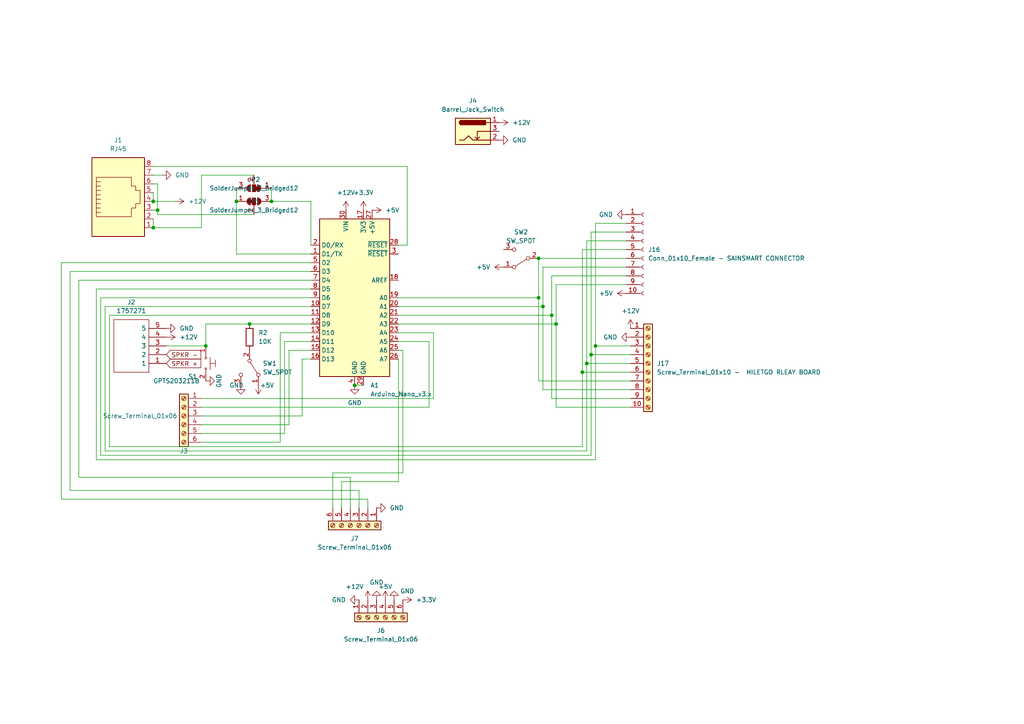
<source format=kicad_sch>
(kicad_sch (version 20211123) (generator eeschema)
  (paper "A4")
  (lib_symbols
    (symbol "Connector:Barrel_Jack_Switch" (pin_names hide)
      (property "Reference" "J" (at 0 5.334 0))
      (property "Value" "Barrel_Jack_Switch" (at 0 -5.08 0))
      (symbol "Barrel_Jack_Switch_0_1"
        (rectangle (start -5.08 3.81) (end 5.08 -3.81) (stroke (width 0.254)) (fill (type background)))
        (arc (start -3.302 3.175) (mid -3.937 2.54) (end -3.302 1.905) (stroke (width 0.254)))
        (arc (start -3.302 3.175) (mid -3.937 2.54) (end -3.302 1.905) (stroke (width 0.254)) (fill (type outline)))
        (polyline (pts (xy 1.27 -2.286) (xy 1.905 -1.651)) (stroke (width 0.254)))
        (polyline (pts (xy 5.08 2.54) (xy 3.81 2.54)) (stroke (width 0.254)))
        (polyline (pts (xy 5.08 0) (xy 1.27 0) (xy 1.27 -2.286) (xy 0.635 -1.651)) (stroke (width 0.254)))
        (polyline (pts (xy -3.81 -2.54) (xy -2.54 -2.54) (xy -1.27 -1.27) (xy 0 -2.54) (xy 2.54 -2.54) (xy 5.08 -2.54)) (stroke (width 0.254)))
        (rectangle (start 3.683 3.175) (end -3.302 1.905) (stroke (width 0.254)) (fill (type outline)))
      )
      (symbol "Barrel_Jack_Switch_1_1"
        (pin passive line (at 7.62 2.54 180) (length 2.54) (name "~") (number "1"))
        (pin passive line (at 7.62 -2.54 180) (length 2.54) (name "~") (number "2"))
        (pin passive line (at 7.62 0 180) (length 2.54) (name "~") (number "3"))
      )
    )
    (symbol "Connector:Conn_01x10_Female" (pin_names (offset 1.016) hide)
      (property "Reference" "J" (at 0 12.7 0))
      (property "Value" "Conn_01x10_Female" (at 0 -15.24 0))
      (symbol "Conn_01x10_Female_1_1"
        (arc (start 0 -12.192) (mid -0.508 -12.7) (end 0 -13.208) (stroke (width 0.1524)))
        (arc (start 0 -9.652) (mid -0.508 -10.16) (end 0 -10.668) (stroke (width 0.1524)))
        (arc (start 0 -7.112) (mid -0.508 -7.62) (end 0 -8.128) (stroke (width 0.1524)))
        (arc (start 0 -4.572) (mid -0.508 -5.08) (end 0 -5.588) (stroke (width 0.1524)))
        (arc (start 0 -2.032) (mid -0.508 -2.54) (end 0 -3.048) (stroke (width 0.1524)))
        (polyline (pts (xy -1.27 -12.7) (xy -0.508 -12.7)) (stroke (width 0.1524)))
        (polyline (pts (xy -1.27 -10.16) (xy -0.508 -10.16)) (stroke (width 0.1524)))
        (polyline (pts (xy -1.27 -7.62) (xy -0.508 -7.62)) (stroke (width 0.1524)))
        (polyline (pts (xy -1.27 -5.08) (xy -0.508 -5.08)) (stroke (width 0.1524)))
        (polyline (pts (xy -1.27 -2.54) (xy -0.508 -2.54)) (stroke (width 0.1524)))
        (polyline (pts (xy -1.27 0) (xy -0.508 0)) (stroke (width 0.1524)))
        (polyline (pts (xy -1.27 2.54) (xy -0.508 2.54)) (stroke (width 0.1524)))
        (polyline (pts (xy -1.27 5.08) (xy -0.508 5.08)) (stroke (width 0.1524)))
        (polyline (pts (xy -1.27 7.62) (xy -0.508 7.62)) (stroke (width 0.1524)))
        (polyline (pts (xy -1.27 10.16) (xy -0.508 10.16)) (stroke (width 0.1524)))
        (arc (start 0 0.508) (mid -0.508 0) (end 0 -0.508) (stroke (width 0.1524)))
        (arc (start 0 3.048) (mid -0.508 2.54) (end 0 2.032) (stroke (width 0.1524)))
        (arc (start 0 5.588) (mid -0.508 5.08) (end 0 4.572) (stroke (width 0.1524)))
        (arc (start 0 8.128) (mid -0.508 7.62) (end 0 7.112) (stroke (width 0.1524)))
        (arc (start 0 10.668) (mid -0.508 10.16) (end 0 9.652) (stroke (width 0.1524)))
        (pin passive line (at -5.08 10.16 0) (length 3.81) (name "Pin_1") (number "1"))
        (pin passive line (at -5.08 -12.7 0) (length 3.81) (name "Pin_10") (number "10"))
        (pin passive line (at -5.08 7.62 0) (length 3.81) (name "Pin_2") (number "2"))
        (pin passive line (at -5.08 5.08 0) (length 3.81) (name "Pin_3") (number "3"))
        (pin passive line (at -5.08 2.54 0) (length 3.81) (name "Pin_4") (number "4"))
        (pin passive line (at -5.08 0 0) (length 3.81) (name "Pin_5") (number "5"))
        (pin passive line (at -5.08 -2.54 0) (length 3.81) (name "Pin_6") (number "6"))
        (pin passive line (at -5.08 -5.08 0) (length 3.81) (name "Pin_7") (number "7"))
        (pin passive line (at -5.08 -7.62 0) (length 3.81) (name "Pin_8") (number "8"))
        (pin passive line (at -5.08 -10.16 0) (length 3.81) (name "Pin_9") (number "9"))
      )
    )
    (symbol "Connector:RJ45" (pin_names (offset 1.016))
      (property "Reference" "J" (at -5.08 13.97 0))
      (property "Value" "RJ45" (at 2.54 13.97 0))
      (symbol "RJ45_0_1"
        (polyline (pts (xy -5.08 4.445) (xy -6.35 4.445)))
        (polyline (pts (xy -5.08 5.715) (xy -6.35 5.715)))
        (polyline (pts (xy -6.35 -3.175) (xy -5.08 -3.175) (xy -5.08 -3.175)))
        (polyline (pts (xy -6.35 -1.905) (xy -5.08 -1.905) (xy -5.08 -1.905)))
        (polyline (pts (xy -6.35 -0.635) (xy -5.08 -0.635) (xy -5.08 -0.635)))
        (polyline (pts (xy -6.35 0.635) (xy -5.08 0.635) (xy -5.08 0.635)))
        (polyline (pts (xy -6.35 1.905) (xy -5.08 1.905) (xy -5.08 1.905)))
        (polyline (pts (xy -5.08 3.175) (xy -6.35 3.175) (xy -6.35 3.175)))
        (polyline (pts (xy -6.35 -4.445) (xy -6.35 6.985) (xy 3.81 6.985) (xy 3.81 4.445) (xy 5.08 4.445) (xy 5.08 3.175) (xy 6.35 3.175) (xy 6.35 -0.635) (xy 5.08 -0.635) (xy 5.08 -1.905) (xy 3.81 -1.905) (xy 3.81 -4.445) (xy -6.35 -4.445) (xy -6.35 -4.445)))
        (rectangle (start 7.62 12.7) (end -7.62 -10.16) (stroke (width 0.254)) (fill (type background)))
      )
      (symbol "RJ45_1_1"
        (pin passive line (at 10.16 -7.62 180) (length 2.54) (name "~") (number "1"))
        (pin passive line (at 10.16 -5.08 180) (length 2.54) (name "~") (number "2"))
        (pin passive line (at 10.16 -2.54 180) (length 2.54) (name "~") (number "3"))
        (pin passive line (at 10.16 0 180) (length 2.54) (name "~") (number "4"))
        (pin passive line (at 10.16 2.54 180) (length 2.54) (name "~") (number "5"))
        (pin passive line (at 10.16 5.08 180) (length 2.54) (name "~") (number "6"))
        (pin passive line (at 10.16 7.62 180) (length 2.54) (name "~") (number "7"))
        (pin passive line (at 10.16 10.16 180) (length 2.54) (name "~") (number "8"))
      )
    )
    (symbol "Connector:Screw_Terminal_01x06" (pin_names (offset 1.016) hide)
      (property "Reference" "J" (at 0 7.62 0))
      (property "Value" "Screw_Terminal_01x06" (at 0 -10.16 0))
      (symbol "Screw_Terminal_01x06_1_1"
        (rectangle (start -1.27 6.35) (end 1.27 -8.89) (stroke (width 0.254)) (fill (type background)))
        (circle (center 0 -7.62) (radius 0.635) (stroke (width 0.1524)))
        (circle (center 0 -5.08) (radius 0.635) (stroke (width 0.1524)))
        (circle (center 0 -2.54) (radius 0.635) (stroke (width 0.1524)))
        (polyline (pts (xy -0.5334 -7.2898) (xy 0.3302 -8.128)) (stroke (width 0.1524)))
        (polyline (pts (xy -0.5334 -4.7498) (xy 0.3302 -5.588)) (stroke (width 0.1524)))
        (polyline (pts (xy -0.5334 -2.2098) (xy 0.3302 -3.048)) (stroke (width 0.1524)))
        (polyline (pts (xy -0.5334 0.3302) (xy 0.3302 -0.508)) (stroke (width 0.1524)))
        (polyline (pts (xy -0.5334 2.8702) (xy 0.3302 2.032)) (stroke (width 0.1524)))
        (polyline (pts (xy -0.5334 5.4102) (xy 0.3302 4.572)) (stroke (width 0.1524)))
        (polyline (pts (xy -0.3556 -7.112) (xy 0.508 -7.9502)) (stroke (width 0.1524)))
        (polyline (pts (xy -0.3556 -4.572) (xy 0.508 -5.4102)) (stroke (width 0.1524)))
        (polyline (pts (xy -0.3556 -2.032) (xy 0.508 -2.8702)) (stroke (width 0.1524)))
        (polyline (pts (xy -0.3556 0.508) (xy 0.508 -0.3302)) (stroke (width 0.1524)))
        (polyline (pts (xy -0.3556 3.048) (xy 0.508 2.2098)) (stroke (width 0.1524)))
        (polyline (pts (xy -0.3556 5.588) (xy 0.508 4.7498)) (stroke (width 0.1524)))
        (circle (center 0 0) (radius 0.635) (stroke (width 0.1524)))
        (circle (center 0 2.54) (radius 0.635) (stroke (width 0.1524)))
        (circle (center 0 5.08) (radius 0.635) (stroke (width 0.1524)))
        (pin passive line (at -5.08 5.08 0) (length 3.81) (name "Pin_1") (number "1"))
        (pin passive line (at -5.08 2.54 0) (length 3.81) (name "Pin_2") (number "2"))
        (pin passive line (at -5.08 0 0) (length 3.81) (name "Pin_3") (number "3"))
        (pin passive line (at -5.08 -2.54 0) (length 3.81) (name "Pin_4") (number "4"))
        (pin passive line (at -5.08 -5.08 0) (length 3.81) (name "Pin_5") (number "5"))
        (pin passive line (at -5.08 -7.62 0) (length 3.81) (name "Pin_6") (number "6"))
      )
    )
    (symbol "Connector:Screw_Terminal_01x10" (pin_names (offset 1.016) hide)
      (property "Reference" "J" (at 0 12.7 0))
      (property "Value" "Screw_Terminal_01x10" (at 0 -15.24 0))
      (symbol "Screw_Terminal_01x10_1_1"
        (rectangle (start -1.27 11.43) (end 1.27 -13.97) (stroke (width 0.254)) (fill (type background)))
        (circle (center 0 -12.7) (radius 0.635) (stroke (width 0.1524)))
        (circle (center 0 -10.16) (radius 0.635) (stroke (width 0.1524)))
        (circle (center 0 -7.62) (radius 0.635) (stroke (width 0.1524)))
        (circle (center 0 -5.08) (radius 0.635) (stroke (width 0.1524)))
        (circle (center 0 -2.54) (radius 0.635) (stroke (width 0.1524)))
        (polyline (pts (xy -0.5334 -12.3698) (xy 0.3302 -13.208)) (stroke (width 0.1524)))
        (polyline (pts (xy -0.5334 -9.8298) (xy 0.3302 -10.668)) (stroke (width 0.1524)))
        (polyline (pts (xy -0.5334 -7.2898) (xy 0.3302 -8.128)) (stroke (width 0.1524)))
        (polyline (pts (xy -0.5334 -4.7498) (xy 0.3302 -5.588)) (stroke (width 0.1524)))
        (polyline (pts (xy -0.5334 -2.2098) (xy 0.3302 -3.048)) (stroke (width 0.1524)))
        (polyline (pts (xy -0.5334 0.3302) (xy 0.3302 -0.508)) (stroke (width 0.1524)))
        (polyline (pts (xy -0.5334 2.8702) (xy 0.3302 2.032)) (stroke (width 0.1524)))
        (polyline (pts (xy -0.5334 5.4102) (xy 0.3302 4.572)) (stroke (width 0.1524)))
        (polyline (pts (xy -0.5334 7.9502) (xy 0.3302 7.112)) (stroke (width 0.1524)))
        (polyline (pts (xy -0.5334 10.4902) (xy 0.3302 9.652)) (stroke (width 0.1524)))
        (polyline (pts (xy -0.3556 -12.192) (xy 0.508 -13.0302)) (stroke (width 0.1524)))
        (polyline (pts (xy -0.3556 -9.652) (xy 0.508 -10.4902)) (stroke (width 0.1524)))
        (polyline (pts (xy -0.3556 -7.112) (xy 0.508 -7.9502)) (stroke (width 0.1524)))
        (polyline (pts (xy -0.3556 -4.572) (xy 0.508 -5.4102)) (stroke (width 0.1524)))
        (polyline (pts (xy -0.3556 -2.032) (xy 0.508 -2.8702)) (stroke (width 0.1524)))
        (polyline (pts (xy -0.3556 0.508) (xy 0.508 -0.3302)) (stroke (width 0.1524)))
        (polyline (pts (xy -0.3556 3.048) (xy 0.508 2.2098)) (stroke (width 0.1524)))
        (polyline (pts (xy -0.3556 5.588) (xy 0.508 4.7498)) (stroke (width 0.1524)))
        (polyline (pts (xy -0.3556 8.128) (xy 0.508 7.2898)) (stroke (width 0.1524)))
        (polyline (pts (xy -0.3556 10.668) (xy 0.508 9.8298)) (stroke (width 0.1524)))
        (circle (center 0 0) (radius 0.635) (stroke (width 0.1524)))
        (circle (center 0 2.54) (radius 0.635) (stroke (width 0.1524)))
        (circle (center 0 5.08) (radius 0.635) (stroke (width 0.1524)))
        (circle (center 0 7.62) (radius 0.635) (stroke (width 0.1524)))
        (circle (center 0 10.16) (radius 0.635) (stroke (width 0.1524)))
        (pin passive line (at -5.08 10.16 0) (length 3.81) (name "Pin_1") (number "1"))
        (pin passive line (at -5.08 -12.7 0) (length 3.81) (name "Pin_10") (number "10"))
        (pin passive line (at -5.08 7.62 0) (length 3.81) (name "Pin_2") (number "2"))
        (pin passive line (at -5.08 5.08 0) (length 3.81) (name "Pin_3") (number "3"))
        (pin passive line (at -5.08 2.54 0) (length 3.81) (name "Pin_4") (number "4"))
        (pin passive line (at -5.08 0 0) (length 3.81) (name "Pin_5") (number "5"))
        (pin passive line (at -5.08 -2.54 0) (length 3.81) (name "Pin_6") (number "6"))
        (pin passive line (at -5.08 -5.08 0) (length 3.81) (name "Pin_7") (number "7"))
        (pin passive line (at -5.08 -7.62 0) (length 3.81) (name "Pin_8") (number "8"))
        (pin passive line (at -5.08 -10.16 0) (length 3.81) (name "Pin_9") (number "9"))
      )
    )
    (symbol "Device:R" (pin_numbers hide) (pin_names (offset 0))
      (property "Reference" "R" (at 2.032 0 90))
      (property "Value" "R" (at 0 0 90))
      (symbol "R_0_1"
        (rectangle (start -1.016 -2.54) (end 1.016 2.54) (stroke (width 0.254)))
      )
      (symbol "R_1_1"
        (pin passive line (at 0 3.81 270) (length 1.27) (name "~") (number "1"))
        (pin passive line (at 0 -3.81 90) (length 1.27) (name "~") (number "2"))
      )
    )
    (symbol "Jumper:SolderJumper_3_Bridged12" (pin_names (offset 0) hide)
      (property "Reference" "JP" (at -2.54 -2.54 0))
      (property "Value" "SolderJumper_3_Bridged12" (at 0 2.794 0))
      (symbol "SolderJumper_3_Bridged12_0_1"
        (rectangle (start -1.016 0.508) (end -0.508 -0.508) (fill (type outline)))
        (arc (start -1.016 1.016) (mid -2.032 0) (end -1.016 -1.016))
        (arc (start -1.016 1.016) (mid -2.032 0) (end -1.016 -1.016) (fill (type outline)))
        (rectangle (start -0.508 1.016) (end 0.508 -1.016) (fill (type outline)))
        (polyline (pts (xy -2.54 0) (xy -2.032 0)))
        (polyline (pts (xy -1.016 1.016) (xy -1.016 -1.016)))
        (polyline (pts (xy 0 -1.27) (xy 0 -1.016)))
        (polyline (pts (xy 1.016 1.016) (xy 1.016 -1.016)))
        (polyline (pts (xy 2.54 0) (xy 2.032 0)))
        (arc (start 1.016 -1.016) (mid 2.032 0) (end 1.016 1.016))
        (arc (start 1.016 -1.016) (mid 2.032 0) (end 1.016 1.016) (fill (type outline)))
      )
      (symbol "SolderJumper_3_Bridged12_1_1"
        (pin passive line (at -5.08 0 0) (length 2.54) (name "A") (number "1"))
        (pin passive line (at 0 -3.81 90) (length 2.54) (name "C") (number "2"))
        (pin passive line (at 5.08 0 180) (length 2.54) (name "B") (number "3"))
      )
    )
    (symbol "MCU_Module:Arduino_Nano_v3.x"
      (property "Reference" "A" (at -10.16 23.495 0))
      (property "Value" "Arduino_Nano_v3.x" (at 5.08 -24.13 0))
      (symbol "Arduino_Nano_v3.x_0_1"
        (rectangle (start -10.16 22.86) (end 10.16 -22.86) (stroke (width 0.254)) (fill (type background)))
      )
      (symbol "Arduino_Nano_v3.x_1_1"
        (pin bidirectional line (at -12.7 12.7 0) (length 2.54) (name "D1/TX") (number "1"))
        (pin bidirectional line (at -12.7 -2.54 0) (length 2.54) (name "D7") (number "10"))
        (pin bidirectional line (at -12.7 -5.08 0) (length 2.54) (name "D8") (number "11"))
        (pin bidirectional line (at -12.7 -7.62 0) (length 2.54) (name "D9") (number "12"))
        (pin bidirectional line (at -12.7 -10.16 0) (length 2.54) (name "D10") (number "13"))
        (pin bidirectional line (at -12.7 -12.7 0) (length 2.54) (name "D11") (number "14"))
        (pin bidirectional line (at -12.7 -15.24 0) (length 2.54) (name "D12") (number "15"))
        (pin bidirectional line (at -12.7 -17.78 0) (length 2.54) (name "D13") (number "16"))
        (pin power_out line (at 2.54 25.4 270) (length 2.54) (name "3V3") (number "17"))
        (pin input line (at 12.7 5.08 180) (length 2.54) (name "AREF") (number "18"))
        (pin bidirectional line (at 12.7 0 180) (length 2.54) (name "A0") (number "19"))
        (pin bidirectional line (at -12.7 15.24 0) (length 2.54) (name "D0/RX") (number "2"))
        (pin bidirectional line (at 12.7 -2.54 180) (length 2.54) (name "A1") (number "20"))
        (pin bidirectional line (at 12.7 -5.08 180) (length 2.54) (name "A2") (number "21"))
        (pin bidirectional line (at 12.7 -7.62 180) (length 2.54) (name "A3") (number "22"))
        (pin bidirectional line (at 12.7 -10.16 180) (length 2.54) (name "A4") (number "23"))
        (pin bidirectional line (at 12.7 -12.7 180) (length 2.54) (name "A5") (number "24"))
        (pin bidirectional line (at 12.7 -15.24 180) (length 2.54) (name "A6") (number "25"))
        (pin bidirectional line (at 12.7 -17.78 180) (length 2.54) (name "A7") (number "26"))
        (pin power_out line (at 5.08 25.4 270) (length 2.54) (name "+5V") (number "27"))
        (pin input line (at 12.7 15.24 180) (length 2.54) (name "~{RESET}") (number "28"))
        (pin power_in line (at 2.54 -25.4 90) (length 2.54) (name "GND") (number "29"))
        (pin input line (at 12.7 12.7 180) (length 2.54) (name "~{RESET}") (number "3"))
        (pin power_in line (at -2.54 25.4 270) (length 2.54) (name "VIN") (number "30"))
        (pin power_in line (at 0 -25.4 90) (length 2.54) (name "GND") (number "4"))
        (pin bidirectional line (at -12.7 10.16 0) (length 2.54) (name "D2") (number "5"))
        (pin bidirectional line (at -12.7 7.62 0) (length 2.54) (name "D3") (number "6"))
        (pin bidirectional line (at -12.7 5.08 0) (length 2.54) (name "D4") (number "7"))
        (pin bidirectional line (at -12.7 2.54 0) (length 2.54) (name "D5") (number "8"))
        (pin bidirectional line (at -12.7 0 0) (length 2.54) (name "D6") (number "9"))
      )
    )
    (symbol "SamacSys_Parts:1757271" (pin_names (offset 0.762))
      (property "Reference" "J" (at 16.51 7.62 0))
      (property "Value" "1757271" (at 16.51 5.08 0))
      (symbol "1757271_0_0"
        (pin passive line (at 0 0 0) (length 5.08) (name "1") (number "1"))
        (pin passive line (at 0 -2.54 0) (length 5.08) (name "2") (number "2"))
        (pin passive line (at 0 -5.08 0) (length 5.08) (name "3") (number "3"))
        (pin passive line (at 0 -7.62 0) (length 5.08) (name "4") (number "4"))
        (pin passive line (at 0 -10.16 0) (length 5.08) (name "5") (number "5"))
      )
      (symbol "1757271_0_1"
        (polyline (pts (xy 5.08 2.54) (xy 15.24 2.54) (xy 15.24 -12.7) (xy 5.08 -12.7) (xy 5.08 2.54)) (stroke (width 0.1524)))
      )
    )
    (symbol "Switch:SW_SPDT" (pin_names (offset 0) hide)
      (property "Reference" "SW" (at 0 4.318 0))
      (property "Value" "SW_SPDT" (at 0 -5.08 0))
      (symbol "SW_SPDT_0_0"
        (circle (center -2.032 0) (radius 0.508))
        (circle (center 2.032 -2.54) (radius 0.508))
      )
      (symbol "SW_SPDT_0_1"
        (polyline (pts (xy -1.524 0.254) (xy 1.651 2.286)))
        (circle (center 2.032 2.54) (radius 0.508))
      )
      (symbol "SW_SPDT_1_1"
        (pin passive line (at 5.08 2.54 180) (length 2.54) (name "A") (number "1"))
        (pin passive line (at -5.08 0 0) (length 2.54) (name "B") (number "2"))
        (pin passive line (at 5.08 -2.54 180) (length 2.54) (name "C") (number "3"))
      )
    )
    (symbol "dk_Pushbutton-Switches:GPTS203211B" (pin_names (offset 1.016))
      (property "Reference" "S" (at -3.81 3.81 0))
      (property "Value" "GPTS203211B" (at 0 -2.54 0))
      (symbol "GPTS203211B_0_1"
        (circle (center -1.524 0) (radius 0.254))
        (polyline (pts (xy -2.54 0) (xy -1.778 0)))
        (polyline (pts (xy -1.778 1.27) (xy 1.778 1.27)))
        (polyline (pts (xy -1.016 2.794) (xy 1.016 2.794)))
        (polyline (pts (xy 0 1.27) (xy 0 2.794)))
        (polyline (pts (xy 2.54 0) (xy 1.778 0)))
        (circle (center 1.524 0) (radius 0.254))
      )
      (symbol "GPTS203211B_1_1"
        (pin passive line (at -5.08 0 0) (length 2.54) (name "~") (number "1"))
        (pin passive line (at 5.08 0 180) (length 2.54) (name "~") (number "2"))
      )
    )
    (symbol "power:+12V" (power) (pin_names (offset 0))
      (property "Value" "+12V" (at 0 3.556 0))
      (symbol "+12V_0_1"
        (polyline (pts (xy -0.762 1.27) (xy 0 2.54)))
        (polyline (pts (xy 0 0) (xy 0 2.54)))
        (polyline (pts (xy 0 2.54) (xy 0.762 1.27)))
      )
      (symbol "+12V_1_1"
        (pin power_in line (at 0 0 90) (length 0) hide (name "+12V") (number "1"))
      )
    )
    (symbol "power:+3.3V" (power) (pin_names (offset 0))
      (property "Value" "+3.3V" (at 0 3.556 0))
      (symbol "+3.3V_0_1"
        (polyline (pts (xy -0.762 1.27) (xy 0 2.54)))
        (polyline (pts (xy 0 0) (xy 0 2.54)))
        (polyline (pts (xy 0 2.54) (xy 0.762 1.27)))
      )
      (symbol "+3.3V_1_1"
        (pin power_in line (at 0 0 90) (length 0) hide (name "+3.3V") (number "1"))
      )
    )
    (symbol "power:+5V" (power) (pin_names (offset 0))
      (property "Value" "+5V" (at 0 3.556 0))
      (symbol "+5V_0_1"
        (polyline (pts (xy -0.762 1.27) (xy 0 2.54)))
        (polyline (pts (xy 0 0) (xy 0 2.54)))
        (polyline (pts (xy 0 2.54) (xy 0.762 1.27)))
      )
      (symbol "+5V_1_1"
        (pin power_in line (at 0 0 90) (length 0) hide (name "+5V") (number "1"))
      )
    )
    (symbol "power:GND" (power) (pin_names (offset 0))
      (property "Value" "GND" (at 0 -3.81 0))
      (symbol "GND_0_1"
        (polyline (pts (xy 0 0) (xy 0 -1.27) (xy 1.27 -1.27) (xy 0 -2.54) (xy -1.27 -1.27) (xy 0 -1.27)))
      )
      (symbol "GND_1_1"
        (pin power_in line (at 0 0 270) (length 0) hide (name "GND") (number "1"))
      )
    )
  )
  (junction (at 45.72 60.96))
  (junction (at 171.45 102.87))
  (junction (at 72.39 93.98))
  (junction (at 102.87 111.76))
  (junction (at 161.29 93.98))
  (junction (at 157.48 88.9))
  (junction (at 168.91 107.95))
  (junction (at 59.69 100.33))
  (junction (at 68.58 58.42))
  (junction (at 44.45 58.42))
  (junction (at 78.74 58.42))
  (junction (at 172.72 100.33))
  (junction (at 160.02 91.44))
  (junction (at 44.45 66.04))
  (junction (at 156.21 74.93))
  (junction (at 170.18 105.41))
  (junction (at 156.21 86.36))
  (wire (pts (xy 87.63 120.65) (xy 58.42 120.65)))
  (wire (pts (xy 99.06 139.7) (xy 115.57 139.7)))
  (wire (pts (xy 168.91 72.39) (xy 168.91 107.95)))
  (wire (pts (xy 29.21 86.36) (xy 29.21 132.08)))
  (wire (pts (xy 17.78 144.78) (xy 106.68 144.78)))
  (wire (pts (xy 102.87 111.76) (xy 105.41 111.76)))
  (wire (pts (xy 83.82 101.6) (xy 83.82 123.19)))
  (wire (pts (xy 96.52 137.16) (xy 96.52 147.32)))
  (wire (pts (xy 170.18 105.41) (xy 182.88 105.41)))
  (wire (pts (xy 104.14 142.24) (xy 104.14 147.32)))
  (wire (pts (xy 171.45 102.87) (xy 182.88 102.87)))
  (wire (pts (xy 172.72 100.33) (xy 182.88 100.33)))
  (wire (pts (xy 22.86 81.28) (xy 22.86 138.43)))
  (wire (pts (xy 68.58 58.42) (xy 68.58 73.66)))
  (wire (pts (xy 78.74 54.61) (xy 78.74 58.42)))
  (wire (pts (xy 81.28 128.27) (xy 58.42 128.27)))
  (wire (pts (xy 170.18 69.85) (xy 170.18 105.41)))
  (wire (pts (xy 156.21 110.49) (xy 182.88 110.49)))
  (wire (pts (xy 115.57 96.52) (xy 125.73 96.52)))
  (wire (pts (xy 48.26 100.33) (xy 59.69 100.33)))
  (wire (pts (xy 115.57 86.36) (xy 156.21 86.36)))
  (wire (pts (xy 106.68 144.78) (xy 106.68 147.32)))
  (wire (pts (xy 82.55 99.06) (xy 90.17 99.06)))
  (wire (pts (xy 168.91 72.39) (xy 181.61 72.39)))
  (wire (pts (xy 156.21 86.36) (xy 156.21 74.93)))
  (wire (pts (xy 22.86 81.28) (xy 90.17 81.28)))
  (wire (pts (xy 44.45 48.26) (xy 118.11 48.26)))
  (wire (pts (xy 44.45 53.34) (xy 45.72 53.34)))
  (wire (pts (xy 31.75 91.44) (xy 31.75 129.54)))
  (wire (pts (xy 31.75 91.44) (xy 90.17 91.44)))
  (wire (pts (xy 17.78 76.2) (xy 90.17 76.2)))
  (wire (pts (xy 160.02 91.44) (xy 160.02 80.01)))
  (wire (pts (xy 72.39 93.98) (xy 90.17 93.98)))
  (wire (pts (xy 157.48 88.9) (xy 157.48 77.47)))
  (wire (pts (xy 171.45 102.87) (xy 171.45 132.08)))
  (wire (pts (xy 172.72 100.33) (xy 172.72 133.35)))
  (wire (pts (xy 27.94 83.82) (xy 27.94 133.35)))
  (wire (pts (xy 45.72 62.23) (xy 45.72 60.96)))
  (wire (pts (xy 68.58 73.66) (xy 90.17 73.66)))
  (wire (pts (xy 30.48 130.81) (xy 170.18 130.81)))
  (wire (pts (xy 20.32 142.24) (xy 104.14 142.24)))
  (wire (pts (xy 31.75 129.54) (xy 168.91 129.54)))
  (wire (pts (xy 83.82 123.19) (xy 58.42 123.19)))
  (wire (pts (xy 44.45 63.5) (xy 44.45 66.04)))
  (wire (pts (xy 160.02 91.44) (xy 160.02 115.57)))
  (wire (pts (xy 118.11 48.26) (xy 118.11 71.12)))
  (wire (pts (xy 87.63 104.14) (xy 90.17 104.14)))
  (wire (pts (xy 161.29 93.98) (xy 161.29 82.55)))
  (wire (pts (xy 118.11 71.12) (xy 115.57 71.12)))
  (wire (pts (xy 58.42 115.57) (xy 125.73 115.57)))
  (wire (pts (xy 44.45 55.88) (xy 44.45 58.42)))
  (wire (pts (xy 99.06 147.32) (xy 99.06 139.7)))
  (wire (pts (xy 171.45 67.31) (xy 181.61 67.31)))
  (wire (pts (xy 30.48 88.9) (xy 30.48 130.81)))
  (wire (pts (xy 157.48 88.9) (xy 157.48 113.03)))
  (wire (pts (xy 29.21 132.08) (xy 171.45 132.08)))
  (wire (pts (xy 125.73 96.52) (xy 125.73 115.57)))
  (wire (pts (xy 81.28 96.52) (xy 90.17 96.52)))
  (wire (pts (xy 172.72 64.77) (xy 181.61 64.77)))
  (wire (pts (xy 115.57 101.6) (xy 116.84 101.6)))
  (wire (pts (xy 68.58 54.61) (xy 68.58 58.42)))
  (wire (pts (xy 44.45 50.8) (xy 46.99 50.8)))
  (wire (pts (xy 58.42 118.11) (xy 124.46 118.11)))
  (wire (pts (xy 115.57 88.9) (xy 157.48 88.9)))
  (wire (pts (xy 115.57 91.44) (xy 160.02 91.44)))
  (wire (pts (xy 115.57 99.06) (xy 124.46 99.06)))
  (wire (pts (xy 170.18 105.41) (xy 170.18 130.81)))
  (wire (pts (xy 27.94 83.82) (xy 90.17 83.82)))
  (wire (pts (xy 82.55 99.06) (xy 82.55 125.73)))
  (wire (pts (xy 168.91 107.95) (xy 168.91 129.54)))
  (wire (pts (xy 58.42 66.04) (xy 44.45 66.04)))
  (wire (pts (xy 17.78 76.2) (xy 17.78 144.78)))
  (wire (pts (xy 160.02 115.57) (xy 182.88 115.57)))
  (wire (pts (xy 58.42 50.8) (xy 58.42 66.04)))
  (wire (pts (xy 82.55 125.73) (xy 58.42 125.73)))
  (wire (pts (xy 161.29 118.11) (xy 182.88 118.11)))
  (wire (pts (xy 20.32 78.74) (xy 90.17 78.74)))
  (wire (pts (xy 44.45 58.42) (xy 50.8 58.42)))
  (wire (pts (xy 30.48 88.9) (xy 90.17 88.9)))
  (wire (pts (xy 45.72 53.34) (xy 45.72 60.96)))
  (wire (pts (xy 161.29 93.98) (xy 161.29 118.11)))
  (wire (pts (xy 116.84 101.6) (xy 116.84 137.16)))
  (wire (pts (xy 22.86 138.43) (xy 101.6 138.43)))
  (wire (pts (xy 81.28 96.52) (xy 81.28 128.27)))
  (wire (pts (xy 44.45 60.96) (xy 45.72 60.96)))
  (wire (pts (xy 124.46 99.06) (xy 124.46 118.11)))
  (wire (pts (xy 115.57 104.14) (xy 115.57 139.7)))
  (wire (pts (xy 157.48 113.03) (xy 182.88 113.03)))
  (wire (pts (xy 161.29 82.55) (xy 181.61 82.55)))
  (wire (pts (xy 29.21 86.36) (xy 90.17 86.36)))
  (wire (pts (xy 157.48 77.47) (xy 181.61 77.47)))
  (wire (pts (xy 160.02 80.01) (xy 181.61 80.01)))
  (wire (pts (xy 83.82 101.6) (xy 90.17 101.6)))
  (wire (pts (xy 101.6 138.43) (xy 101.6 147.32)))
  (wire (pts (xy 59.69 93.98) (xy 72.39 93.98)))
  (wire (pts (xy 78.74 58.42) (xy 90.17 58.42)))
  (wire (pts (xy 170.18 69.85) (xy 181.61 69.85)))
  (wire (pts (xy 156.21 86.36) (xy 156.21 110.49)))
  (wire (pts (xy 73.66 50.8) (xy 58.42 50.8)))
  (wire (pts (xy 171.45 67.31) (xy 171.45 102.87)))
  (wire (pts (xy 87.63 104.14) (xy 87.63 120.65)))
  (wire (pts (xy 96.52 137.16) (xy 116.84 137.16)))
  (wire (pts (xy 168.91 107.95) (xy 182.88 107.95)))
  (wire (pts (xy 20.32 78.74) (xy 20.32 142.24)))
  (wire (pts (xy 73.66 62.23) (xy 45.72 62.23)))
  (wire (pts (xy 115.57 93.98) (xy 161.29 93.98)))
  (wire (pts (xy 172.72 64.77) (xy 172.72 100.33)))
  (wire (pts (xy 27.94 133.35) (xy 172.72 133.35)))
  (wire (pts (xy 156.21 74.93) (xy 181.61 74.93)))
  (wire (pts (xy 90.17 58.42) (xy 90.17 71.12)))
  (wire (pts (xy 59.69 100.33) (xy 59.69 93.98)))
  (global_label "SPKR +" (shape input) (at 48.26 105.41 0) (property "Intersheet References" "${INTERSHEET_REFS}" (effects hide)))
  (global_label "SPKR -" (shape input) (at 48.26 102.87 0) (property "Intersheet References" "${INTERSHEET_REFS}" (effects hide)))
  (symbol (lib_id "SamacSys_Parts:1757271") (at 48.26 105.41 180) (unit 1)
    (property "Reference" "J2" (at 38.1 87.63 0))
    (property "Value" "1757271" (at 38.1 90.17 0))
    (property "Footprint" "SamacSys_Parts:691311500105" (effects hide))
    (property "Datasheet" "http://www.phoenixcontact.com/de/produkte/1757271/pdf" (effects hide))
    (property "Description" "PCB header, nominal cross section: 2.5 mm?, color: green, nominal current: 12 A, rated voltage (III/2): 320 V, contact surface: Tin, type of contact: Male connector, Number of potentials: 5, Number of rows: 1, Number of positions per row: 5, number of connections: 5, product range: MSTBA 2,5/..-G, pitch: 5.08 mm, mounting: Wave soldering, pin layout: Linear pinning, solder pin [P]: 3.5 mm, Stecksystem: CLASSIC COMBICON, Locking: without, type of packaging: packed in cardboard" (effects hide))
    (property "Height" "8.72" (effects hide))
    (property "Manufacturer_Name" "Phoenix Contact" (effects hide))
    (property "Manufacturer_Part_Number" "1757271" (effects hide))
    (property "Mouser Part Number" "651-1757271" (effects hide))
    (property "Mouser Price/Stock" "https://www.mouser.co.uk/ProductDetail/Phoenix-Contact/1757271?qs=uD%2FdkN7XIa3szA65xzhSaQ%3D%3D" (effects hide))
    (property "Arrow Part Number" "1757271" (effects hide))
    (property "Arrow Price/Stock" "https://www.arrow.com/en/products/1757271/phoenix-contact?region=nac" (effects hide))
  )
  (symbol (lib_id "Jumper:SolderJumper_3_Bridged12") (at 73.66 58.42 0) (unit 1)
    (property "Reference" "JP2" (at 73.66 52.07 0))
    (property "Value" "SolderJumper_3_Bridged12" (at 73.66 54.61 0))
    (property "Footprint" "Jumper:SolderJumper-3_P1.3mm_Bridged12_Pad1.0x1.5mm" (effects hide))
  )
  (symbol (lib_id "power:+12V") (at 50.8 58.42 270) (unit 1)
    (property "Reference" "#PWR0102" (effects hide))
    (property "Value" "+12V" (at 54.61 58.4199 90) (effects (justify left)))
  )
  (symbol (lib_id "power:+5V") (at 74.93 111.76 180) (unit 1)
    (property "Reference" "#PWR0120" (effects hide))
    (property "Value" "+5V" (at 77.47 111.76 0))
  )
  (symbol (lib_id "power:GND") (at 181.61 62.23 270) (unit 1)
    (property "Reference" "#PWR0104" (effects hide))
    (property "Value" "GND" (at 177.8 62.2299 90) (effects (justify right)))
  )
  (symbol (lib_id "dk_Pushbutton-Switches:GPTS203211B") (at 59.69 105.41 270) (unit 1)
    (property "Reference" "S1" (at 54.61 109.22 90) (effects (justify left)))
    (property "Value" "GPTS203211B" (at 44.45 110.49 90) (effects (justify left)))
    (property "Footprint" "Button_Switch_THT:SW_PUSH_6mm" (effects hide))
    (property "Datasheet" "http://switches-connectors-custom.cwind.com/Asset/GPTS203211BR2.pdf" (effects hide))
    (property "Digi-Key_PN" "CW181-ND" (effects hide))
    (property "MPN" "GPTS203211B" (effects hide))
    (property "Category" "Switches" (effects hide))
    (property "Family" "Pushbutton Switches" (effects hide))
    (property "DK_Datasheet_Link" "http://switches-connectors-custom.cwind.com/Asset/GPTS203211BR2.pdf" (effects hide))
    (property "DK_Detail_Page" "/product-detail/en/cw-industries/GPTS203211B/CW181-ND/3190590" (effects hide))
    (property "Description" "SWITCH PUSHBUTTON SPST 1A 30V" (effects hide))
    (property "Manufacturer" "CW Industries" (effects hide))
    (property "Status" "Active" (effects hide))
  )
  (symbol (lib_id "Connector:Conn_01x10_Female") (at 186.69 72.39 0) (unit 1)
    (property "Reference" "J16" (at 187.96 72.3899 0) (effects (justify left)))
    (property "Value" "Conn_01x10_Female - SAINSMART CONNECTOR" (at 187.96 74.9299 0) (effects (justify left)))
    (property "Footprint" "Connector_PinSocket_2.54mm:PinSocket_1x10_P2.54mm_Vertical" (effects hide))
  )
  (symbol (lib_id "power:GND") (at 59.69 110.49 90) (unit 1)
    (property "Reference" "#PWR0119" (effects hide))
    (property "Value" "GND" (at 63.5 110.49 0))
  )
  (symbol (lib_id "Connector:RJ45") (at 34.29 58.42 0) (unit 1)
    (property "Reference" "J1" (at 34.29 40.64 0))
    (property "Value" "RJ45" (at 34.29 43.18 0))
    (property "Footprint" "SamacSys_Parts:54602908LF" (effects hide))
  )
  (symbol (lib_id "power:GND") (at 46.99 50.8 90) (unit 1)
    (property "Reference" "#PWR0108" (effects hide))
    (property "Value" "GND" (at 50.8 50.7999 90) (effects (justify right)))
  )
  (symbol (lib_id "power:+5V") (at 107.95 60.96 270) (unit 1)
    (property "Reference" "#PWR0113" (effects hide))
    (property "Value" "+5V" (at 111.76 60.9599 90) (effects (justify left)))
  )
  (symbol (lib_id "power:+3.3V") (at 116.84 173.99 270) (unit 1)
    (property "Reference" "#PWR0116" (effects hide))
    (property "Value" "+3.3V" (at 120.65 173.9899 90) (effects (justify left)))
  )
  (symbol (lib_id "power:GND") (at 109.22 147.32 90) (unit 1)
    (property "Reference" "#PWR0114" (effects hide))
    (property "Value" "GND" (at 113.03 147.3199 90) (effects (justify right)))
  )
  (symbol (lib_id "power:GND") (at 109.22 173.99 180) (unit 1)
    (property "Reference" "#PWR0122" (effects hide))
    (property "Value" "GND" (at 109.22 168.91 0))
  )
  (symbol (lib_id "power:+5V") (at 181.61 85.09 90) (unit 1)
    (property "Reference" "#PWR0105" (effects hide))
    (property "Value" "+5V" (at 177.8 85.0899 90) (effects (justify left)))
  )
  (symbol (lib_id "power:+12V") (at 100.33 60.96 0) (unit 1)
    (property "Reference" "#PWR0111" (effects hide))
    (property "Value" "+12V" (at 100.33 55.88 0))
  )
  (symbol (lib_id "power:+12V") (at 144.78 35.56 270) (unit 1)
    (property "Reference" "#PWR0110" (effects hide))
    (property "Value" "+12V" (at 148.59 35.5599 90) (effects (justify left)))
  )
  (symbol (lib_id "Device:R") (at 72.39 97.79 0) (unit 1)
    (property "Reference" "R2" (at 74.93 96.5199 0) (effects (justify left)))
    (property "Value" "10K" (at 74.93 99.0599 0) (effects (justify left)))
    (property "Footprint" "Resistor_THT:R_Axial_DIN0516_L15.5mm_D5.0mm_P5.08mm_Vertical" (effects hide))
  )
  (symbol (lib_id "Switch:SW_SPDT") (at 151.13 74.93 180) (unit 1)
    (property "Reference" "SW2" (at 151.13 67.31 0))
    (property "Value" "SW_SPDT" (at 151.13 69.85 0))
    (property "Footprint" "custom:SpDt SlideSwitch" (effects hide))
  )
  (symbol (lib_id "power:+12V") (at 48.26 97.79 270) (unit 1)
    (property "Reference" "#PWR0117" (effects hide))
    (property "Value" "+12V" (at 52.07 97.7899 90) (effects (justify left)))
  )
  (symbol (lib_id "Connector:Screw_Terminal_01x06") (at 104.14 152.4 270) (unit 1)
    (property "Reference" "J7" (at 102.87 156.21 90))
    (property "Value" "Screw_Terminal_01x06" (at 102.87 158.75 90))
    (property "Footprint" "TerminalBlock:TerminalBlock_bornier-6_P5.08mm" (effects hide))
  )
  (symbol (lib_id "Connector:Screw_Terminal_01x10") (at 187.96 105.41 0) (unit 1)
    (property "Reference" "J17" (at 190.5 105.4099 0) (effects (justify left)))
    (property "Value" "Screw_Terminal_01x10 -  HILETGO RLEAY BOARD" (at 190.5 107.9499 0) (effects (justify left)))
    (property "Footprint" "custom:PinHeader_1x10_P5.0mm_Horizontal" (effects hide))
  )
  (symbol (lib_id "Connector:Screw_Terminal_01x06") (at 53.34 120.65 0) (mirror y) (unit 1)
    (property "Reference" "J3" (at 53.34 130.81 0))
    (property "Value" "Screw_Terminal_01x06" (at 40.64 120.65 0))
    (property "Footprint" "TerminalBlock:TerminalBlock_bornier-6_P5.08mm" (effects hide))
  )
  (symbol (lib_id "power:GND") (at 104.14 173.99 270) (unit 1)
    (property "Reference" "#PWR0115" (effects hide))
    (property "Value" "GND" (at 100.33 173.9899 90) (effects (justify right)))
  )
  (symbol (lib_id "power:GND") (at 48.26 95.25 90) (unit 1)
    (property "Reference" "#PWR0101" (effects hide))
    (property "Value" "GND" (at 52.07 95.2499 90) (effects (justify right)))
  )
  (symbol (lib_id "power:+3.3V") (at 105.41 60.96 0) (unit 1)
    (property "Reference" "#PWR0112" (effects hide))
    (property "Value" "+3.3V" (at 105.41 55.88 0))
  )
  (symbol (lib_id "power:+5V") (at 146.05 77.47 90) (unit 1)
    (property "Reference" "#PWR0118" (effects hide))
    (property "Value" "+5V" (at 142.24 77.4699 90) (effects (justify left)))
  )
  (symbol (lib_id "power:+5V") (at 111.76 173.99 0) (unit 1)
    (property "Reference" "#PWR0130" (effects hide))
    (property "Value" "+5V" (at 111.76 170.18 0))
  )
  (symbol (lib_id "Switch:SW_SPDT") (at 72.39 106.68 270) (unit 1)
    (property "Reference" "SW1" (at 76.2 105.4099 90) (effects (justify left)))
    (property "Value" "SW_SPDT" (at 76.2 107.9499 90) (effects (justify left)))
    (property "Footprint" "custom:SpDt SlideSwitch" (effects hide))
  )
  (symbol (lib_id "power:GND") (at 69.85 111.76 0) (unit 1)
    (property "Reference" "#PWR0121" (effects hide))
    (property "Value" "GND" (at 68.58 111.76 0))
  )
  (symbol (lib_id "power:GND") (at 182.88 97.79 270) (unit 1)
    (property "Reference" "#PWR0107" (effects hide))
    (property "Value" "GND" (at 179.07 97.7899 90) (effects (justify right)))
  )
  (symbol (lib_id "power:+12V") (at 106.68 173.99 0) (unit 1)
    (property "Reference" "#PWR0126" (effects hide))
    (property "Value" "+12V" (at 102.87 170.18 0))
  )
  (symbol (lib_id "Jumper:SolderJumper_3_Bridged12") (at 73.66 54.61 180) (unit 1)
    (property "Reference" "JP1" (at 73.66 58.42 0))
    (property "Value" "SolderJumper_3_Bridged12" (at 73.66 60.96 0))
    (property "Footprint" "Jumper:SolderJumper-3_P1.3mm_Bridged12_Pad1.0x1.5mm" (effects hide))
  )
  (symbol (lib_id "power:+12V") (at 182.88 95.25 0) (unit 1)
    (property "Reference" "#PWR0106" (effects hide))
    (property "Value" "+12V" (at 182.88 90.17 0))
  )
  (symbol (lib_id "Connector:Screw_Terminal_01x06") (at 109.22 179.07 90) (mirror x) (unit 1)
    (property "Reference" "J6" (at 110.49 182.88 90))
    (property "Value" "Screw_Terminal_01x06" (at 110.49 185.42 90))
    (property "Footprint" "TerminalBlock:TerminalBlock_bornier-6_P5.08mm" (effects hide))
  )
  (symbol (lib_id "power:GND") (at 102.87 111.76 0) (unit 1)
    (property "Reference" "#PWR0103" (effects hide))
    (property "Value" "GND" (at 102.87 116.84 0))
  )
  (symbol (lib_id "power:GND") (at 114.3 173.99 180) (unit 1)
    (property "Reference" "#PWR0124" (effects hide))
    (property "Value" "GND" (at 118.11 171.45 0))
  )
  (symbol (lib_id "Connector:Barrel_Jack_Switch") (at 137.16 38.1 0) (unit 1)
    (property "Reference" "J4" (at 137.16 29.21 0))
    (property "Value" "Barrel_Jack_Switch" (at 137.16 31.75 0))
    (property "Footprint" "custom:Vertical-BarrelJack_54-00287" (effects hide))
  )
  (symbol (lib_id "MCU_Module:Arduino_Nano_v3.x") (at 102.87 86.36 0) (unit 1)
    (property "Reference" "A1" (at 107.4294 111.76 0) (effects (justify left)))
    (property "Value" "Arduino_Nano_v3.x" (at 107.4294 114.3 0) (effects (justify left)))
    (property "Footprint" "SamacSys_Parts:ARDNANO30NP" (effects hide))
    (property "Datasheet" "http://www.mouser.com/pdfdocs/Gravitech_Arduino_Nano3_0.pdf" (effects hide))
  )
  (symbol (lib_id "power:GND") (at 144.78 40.64 90) (unit 1)
    (property "Reference" "#PWR0109" (effects hide))
    (property "Value" "GND" (at 148.59 40.6399 90) (effects (justify right)))
  )
)
</source>
